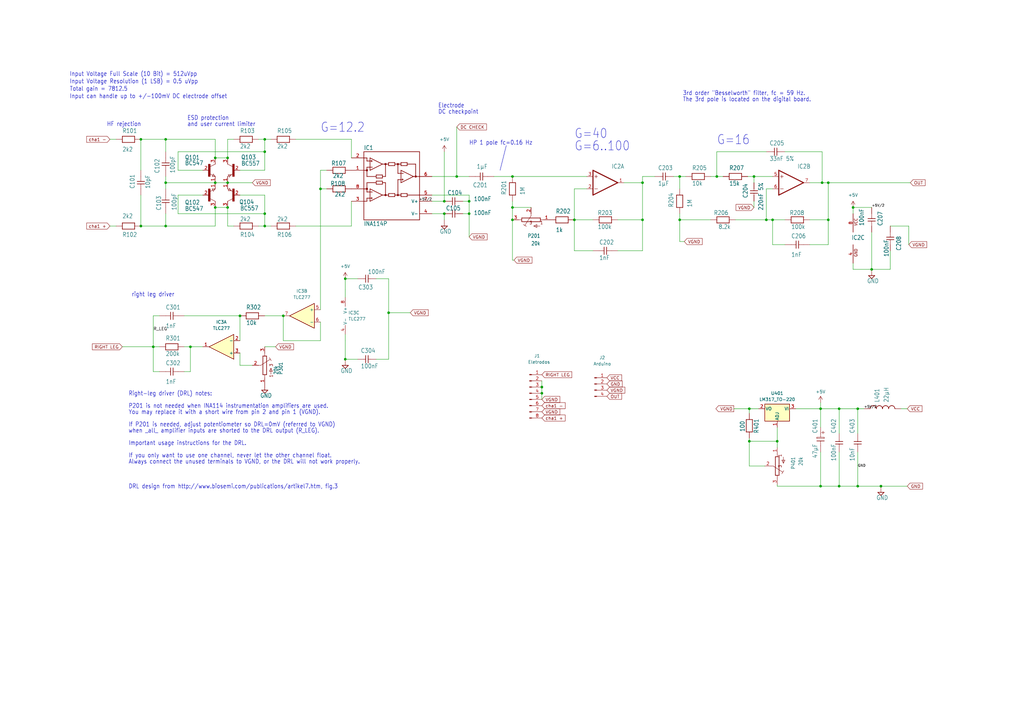
<source format=kicad_sch>
(kicad_sch (version 20230121) (generator eeschema)
  (paper "A3")
  (lib_symbols
    (symbol "Amplifier_Operational:TLC277" (pin_names (offset 0.127))
      (property "Reference" "U" (at 0 5.08 0))
      (property "Value" "TLC277" (at 0 -5.08 0))
      (symbol "TLC277_1_1"
        (pin output line (at 7.62 0 180) (length 2.54) (name "~") (number "1"))
        (pin input line (at -7.62 -2.54 0) (length 2.54) (name "-") (number "2"))
        (pin input line (at -7.62 2.54 0) (length 2.54) (name "+") (number "3"))
      )
      (symbol "TLC277_2_1"
        (pin input line (at -7.62 2.54 0) (length 2.54) (name "+") (number "5"))
        (pin input line (at -7.62 -2.54 0) (length 2.54) (name "-") (number "6"))
        (pin output line (at 7.62 0 180) (length 2.54) (name "~") (number "7"))
      )
      (symbol "TLC277_3_1"
        (pin power_in line (at -2.54 -7.62 90) (length 3.81) (name "V-") (number "4"))
        (pin power_in line (at -2.54 7.62 270) (length 3.81) (name "V+") (number "8"))
      )
    )
    (symbol "Connector:Conn_01x04_Pin" (pin_names (offset 1.016) hide)
      (property "Reference" "J" (at 0 5.08 0))
      (property "Value" "Conn_01x04_Pin" (at 0 -7.62 0))
      (symbol "Conn_01x04_Pin_1_1"
        (pin passive line (at 5.08 2.54 180) (length 3.81) (name "Pin_1") (number "1"))
        (pin passive line (at 5.08 0 180) (length 3.81) (name "Pin_2") (number "2"))
        (pin passive line (at 5.08 -2.54 180) (length 3.81) (name "Pin_3") (number "3"))
        (pin passive line (at 5.08 -5.08 180) (length 3.81) (name "Pin_4") (number "4"))
      )
    )
    (symbol "Connector:Conn_01x08_Pin" (pin_names (offset 1.016) hide)
      (property "Reference" "J" (at 0 10.16 0))
      (property "Value" "Conn_01x08_Pin" (at 0 -12.7 0))
      (symbol "Conn_01x08_Pin_1_1"
        (pin passive line (at 5.08 7.62 180) (length 3.81) (name "Pin_1") (number "1"))
        (pin passive line (at 5.08 5.08 180) (length 3.81) (name "Pin_2") (number "2"))
        (pin passive line (at 5.08 2.54 180) (length 3.81) (name "Pin_3") (number "3"))
        (pin passive line (at 5.08 0 180) (length 3.81) (name "Pin_4") (number "4"))
        (pin passive line (at 5.08 -2.54 180) (length 3.81) (name "Pin_5") (number "5"))
        (pin passive line (at 5.08 -5.08 180) (length 3.81) (name "Pin_6") (number "6"))
        (pin passive line (at 5.08 -7.62 180) (length 3.81) (name "Pin_7") (number "7"))
        (pin passive line (at 5.08 -10.16 180) (length 3.81) (name "Pin_8") (number "8"))
      )
    )
    (symbol "Regulator_Linear:LM317_TO-220" (pin_names (offset 0.254))
      (property "Reference" "U" (at -3.81 3.175 0))
      (property "Value" "LM317_TO-220" (at 0 3.175 0))
      (symbol "LM317_TO-220_1_1"
        (pin input line (at 0 -7.62 90) (length 2.54) (name "ADJ") (number "1"))
        (pin power_out line (at 7.62 0 180) (length 2.54) (name "VO") (number "2"))
        (pin power_in line (at -7.62 0 0) (length 2.54) (name "VI") (number "3"))
      )
    )
    (symbol "modEEGamp_v1.12-eagle-import:BC547"
      (property "Reference" "Q" (at -7.62 7.62 0))
      (symbol "BC547_1_0"
        (pin passive line (at 5.08 -5.08 90) (length 2.54) (name "E") (number "1"))
        (pin passive line (at 0 0 0) (length 2.54) (name "B") (number "2"))
        (pin passive line (at 5.08 5.08 270) (length 2.54) (name "C") (number "3"))
      )
    )
    (symbol "modEEGamp_v1.12-eagle-import:BC557"
      (property "Reference" "Q" (at -7.62 7.62 0))
      (symbol "BC557_1_0"
        (pin passive line (at 5.08 5.08 270) (length 2.54) (name "E") (number "1"))
        (pin passive line (at 0 0 0) (length 2.54) (name "B") (number "2"))
        (pin passive line (at 5.08 -5.08 90) (length 2.54) (name "C") (number "3"))
      )
    )
    (symbol "modEEGamp_v1.12-eagle-import:CAPNP-5"
      (property "Reference" "C" (at -3.81 2.54 0))
      (symbol "CAPNP-5_1_0"
        (pin passive line (at -5.08 0 0) (length 2.54) (name "1") (number "1"))
        (pin passive line (at 2.54 0 180) (length 2.54) (name "2") (number "2"))
      )
    )
    (symbol "modEEGamp_v1.12-eagle-import:CAPNP-5@2"
      (property "Reference" "C" (at -2.54 2.54 0))
      (symbol "CAPNP-5@2_1_0"
        (pin passive line (at -5.08 0 0) (length 2.54) (name "1") (number "1"))
        (pin passive line (at 5.08 0 180) (length 2.54) (name "2") (number "2"))
      )
    )
    (symbol "modEEGamp_v1.12-eagle-import:CAPNP-7,5"
      (property "Reference" "C" (at -2.54 2.54 0))
      (symbol "CAPNP-7,5_1_0"
        (pin passive line (at -5.08 0 0) (length 2.54) (name "1") (number "1"))
        (pin passive line (at 5.08 0 180) (length 2.54) (name "2") (number "2"))
      )
    )
    (symbol "modEEGamp_v1.12-eagle-import:CAPNP-7,5@2"
      (property "Reference" "C" (at -2.54 2.54 0))
      (symbol "CAPNP-7,5@2_1_0"
        (pin passive line (at -5.08 0 0) (length 2.54) (name "1") (number "1"))
        (pin passive line (at 5.08 0 180) (length 2.54) (name "2") (number "2"))
      )
    )
    (symbol "modEEGamp_v1.12-eagle-import:CAPNP-7,5@3"
      (property "Reference" "C" (at -3.81 2.54 0))
      (symbol "CAPNP-7,5@3_1_0"
        (pin passive line (at -5.08 0 0) (length 2.54) (name "1") (number "1"))
        (pin passive line (at 2.54 0 180) (length 2.54) (name "2") (number "2"))
      )
    )
    (symbol "modEEGamp_v1.12-eagle-import:INA114P"
      (property "Reference" "IC" (at -12.7 15.875 0))
      (symbol "INA114P_1_0"
        (pin passive line (at -17.78 7.62 0) (length 5.08) (name "RG") (number "1"))
        (pin input line (at -17.78 12.7 0) (length 5.08) (name "-IN") (number "2"))
        (pin input line (at -17.78 -5.08 0) (length 5.08) (name "+IN") (number "3"))
        (pin power_in line (at 15.24 -10.16 180) (length 5.08) (name "V-") (number "4"))
        (pin passive line (at 15.24 -2.54 180) (length 5.08) (name "REF") (number "5"))
        (pin output line (at 15.24 5.08 180) (length 5.08) (name "OUT") (number "6"))
        (pin power_in line (at 15.24 -5.08 180) (length 5.08) (name "V+") (number "7"))
        (pin passive line (at -17.78 0 0) (length 5.08) (name "RG@1") (number "8"))
      )
    )
    (symbol "modEEGamp_v1.12-eagle-import:RESEU-10"
      (property "Reference" "R" (at -2.54 2.54 0))
      (symbol "RESEU-10_1_0"
        (pin passive line (at -5.08 0 0) (length 2.54) (name "1") (number "1"))
        (pin passive line (at 5.08 0 180) (length 2.54) (name "2") (number "2"))
      )
    )
    (symbol "modEEGamp_v1.12-eagle-import:RESEU-7,5"
      (property "Reference" "R" (at -2.54 2.54 0))
      (symbol "RESEU-7,5_1_0"
        (pin passive line (at -5.08 0 0) (length 2.54) (name "1") (number "1"))
        (pin passive line (at 5.08 0 180) (length 2.54) (name "2") (number "2"))
      )
    )
    (symbol "modEEGamp_v1.12-eagle-import:RESEU-7,5@2"
      (property "Reference" "R" (at -2.54 2.54 0))
      (symbol "RESEU-7,5@2_1_0"
        (pin passive line (at -5.08 0 0) (length 2.54) (name "1") (number "1"))
        (pin passive line (at 5.08 0 180) (length 2.54) (name "2") (number "2"))
      )
    )
    (symbol "modEEGamp_v1.12-eagle-import:S64Y"
      (property "Reference" "P" (at -5.715 -3.81 90))
      (symbol "S64Y_1_0"
        (text "1" (at -1.905 -4.953 900) (effects (font (size 1.27 1.0795)) (justify left bottom)))
        (text "3" (at -1.905 -0.508 900) (effects (font (size 1.27 1.0795)) (justify left bottom)))
        (pin passive line (at 0 -7.62 90) (length 2.54) (name "1") (number "1"))
        (pin passive line (at 5.08 0 180) (length 2.54) (name "2") (number "2"))
        (pin passive line (at 0 7.62 270) (length 2.54) (name "3") (number "3"))
      )
    )
    (symbol "modEEGamp_v1.12-eagle-import:TLC277P"
      (property "Reference" "IC" (at -0.635 -0.635 0))
      (symbol "TLC277P_1_0"
        (pin output line (at 7.62 0 180) (length 2.54) (name "OUT") (number "1"))
        (pin input line (at -7.62 -2.54 0) (length 2.54) (name "-IN") (number "2"))
        (pin input line (at -7.62 2.54 0) (length 2.54) (name "+IN") (number "3"))
      )
      (symbol "TLC277P_2_0"
        (pin input line (at -7.62 2.54 0) (length 2.54) (name "+IN") (number "5"))
        (pin input line (at -7.62 -2.54 0) (length 2.54) (name "-IN") (number "6"))
        (pin output line (at 7.62 0 180) (length 2.54) (name "OUT") (number "7"))
      )
      (symbol "TLC277P_3_0"
        (text "GND" (at 1.905 -7.62 900) (effects (font (size 1.27 1.0795)) (justify left bottom)))
        (text "VCC" (at 1.905 5.08 900) (effects (font (size 1.27 1.0795)) (justify left bottom)))
        (pin power_in line (at 0 -10.16 90) (length 7.62) (name "GND") (number "4"))
        (pin power_in line (at 0 10.16 270) (length 7.62) (name "VCC") (number "8"))
      )
    )
    (symbol "modEEGamp_v1.12-eagle-import:TRIMPOT@2_S64Y"
      (property "Reference" "P" (at -5.715 -3.81 90))
      (symbol "TRIMPOT@2_S64Y_1_0"
        (text "1" (at -1.905 -4.953 900) (effects (font (size 1.27 1.0795)) (justify left bottom)))
        (text "3" (at -1.905 -0.508 900) (effects (font (size 1.27 1.0795)) (justify left bottom)))
        (pin passive line (at 0 -7.62 90) (length 2.54) (name "1") (number "1"))
        (pin passive line (at 5.08 0 180) (length 2.54) (name "2") (number "2"))
        (pin passive line (at 0 7.62 270) (length 2.54) (name "3") (number "3"))
      )
    )
    (symbol "modEEGdigital_v1.12-eagle-import:CAPNP-5"
      (property "Reference" "C" (at -3.81 2.54 0))
      (symbol "CAPNP-5_1_0"
        (pin passive line (at -5.08 0 0) (length 2.54) (name "1") (number "1"))
        (pin passive line (at 2.54 0 180) (length 2.54) (name "2") (number "2"))
      )
    )
    (symbol "modEEGdigital_v1.12-eagle-import:ELC-5"
      (property "Reference" "C" (at -2.54 2.54 0))
      (symbol "ELC-5_1_0"
        (text "+" (at 1.905 -1.905 0) (effects (font (size 1.778 1.5113)) (justify left bottom)))
        (pin passive line (at 5.08 0 180) (length 2.54) (name "1") (number "1"))
        (pin passive line (at -5.08 0 0) (length 2.54) (name "2") (number "2"))
      )
    )
    (symbol "modEEGdigital_v1.12-eagle-import:GND" (power)
      (property "Value" "GND" (at -1.905 -3.175 0))
      (symbol "GND_1_0"
        (pin power_in line (at 0 2.54 270) (length 2.54) (name "GND") (number "1"))
      )
    )
    (symbol "modEEGdigital_v1.12-eagle-import:L-10"
      (property "Reference" "L" (at 2.54 6.35 0))
      (symbol "L-10_1_0"
        (pin passive line (at 0 7.62 270) (length 2.54) (name "1") (number "1"))
        (pin passive line (at 0 -7.62 90) (length 2.54) (name "2") (number "2"))
      )
    )
    (symbol "power:+5V" (power) (pin_names (offset 0))
      (property "Value" "+5V" (at 0 3.556 0))
      (symbol "+5V_1_1"
        (pin power_in line (at 0 0 90) (length 0) hide (name "+5V") (number "1"))
      )
    )
  )
  (junction (at 294.005 72.39))
  (junction (at 278.765 90.17))
  (junction (at 278.765 72.39))
  (junction (at 210.185 85.09))
  (junction (at 67.945 57.15))
  (junction (at 235.585 90.17))
  (junction (at 263.525 90.17))
  (junction (at 336.55 167.64))
  (junction (at 141.605 147.32))
  (junction (at 336.55 199.39))
  (junction (at 344.17 199.39))
  (junction (at 344.17 167.64))
  (junction (at 192.405 82.55))
  (junction (at 182.245 82.55))
  (junction (at 307.34 167.64))
  (junction (at 263.525 74.93))
  (junction (at 339.725 90.17))
  (junction (at 62.865 142.24))
  (junction (at 314.325 90.17))
  (junction (at 78.105 142.24))
  (junction (at 357.505 110.49))
  (junction (at 108.585 92.71))
  (junction (at 351.79 167.64))
  (junction (at 108.585 87.63))
  (junction (at 351.79 199.39))
  (junction (at 108.585 57.15))
  (junction (at 182.245 87.63))
  (junction (at 57.785 57.15))
  (junction (at 222.25 158.75))
  (junction (at 57.785 92.71))
  (junction (at 309.245 72.39))
  (junction (at 141.605 114.3))
  (junction (at 187.325 72.39))
  (junction (at 88.265 64.77))
  (junction (at 349.885 85.09))
  (junction (at 108.585 62.23))
  (junction (at 316.865 90.17))
  (junction (at 222.25 161.29))
  (junction (at 98.425 129.54))
  (junction (at 307.34 180.975))
  (junction (at 116.205 129.54))
  (junction (at 361.315 199.39))
  (junction (at 67.945 74.93))
  (junction (at 93.345 85.09))
  (junction (at 67.945 92.71))
  (junction (at 159.385 128.27))
  (junction (at 210.185 90.17))
  (junction (at 88.265 74.93))
  (junction (at 339.725 74.93))
  (junction (at 88.265 85.09))
  (junction (at 337.185 74.93))
  (junction (at 93.345 64.77))
  (junction (at 318.77 180.975))
  (junction (at 192.405 87.63))
  (junction (at 93.345 74.93))
  (junction (at 131.445 77.47))
  (junction (at 210.185 72.39))
  (wire (pts (xy 62.865 152.4) (xy 62.865 142.24)) (stroke (width 0.1524)))
  (wire (pts (xy 121.285 92.71) (xy 144.145 92.71)) (stroke (width 0.1524)))
  (wire (pts (xy 98.425 149.86) (xy 98.425 144.78)) (stroke (width 0.1524)))
  (wire (pts (xy 296.545 72.39) (xy 294.005 72.39)) (stroke (width 0.1524)))
  (wire (pts (xy 314.325 62.23) (xy 294.005 62.23)) (stroke (width 0.1524)))
  (wire (pts (xy 263.525 72.39) (xy 268.605 72.39)) (stroke (width 0.1524)))
  (wire (pts (xy 108.585 57.15) (xy 111.125 57.15)) (stroke (width 0.1524)))
  (wire (pts (xy 307.34 180.975) (xy 318.77 180.975)))
  (wire (pts (xy 83.185 69.85) (xy 73.025 69.85)) (stroke (width 0.1524)))
  (wire (pts (xy 108.585 87.63) (xy 108.585 92.71)) (stroke (width 0.1524)))
  (wire (pts (xy 321.945 90.17) (xy 316.865 90.17)) (stroke (width 0.1524)))
  (wire (pts (xy 83.185 80.01) (xy 73.025 80.01)) (stroke (width 0.1524)))
  (wire (pts (xy 141.605 137.16) (xy 141.605 139.7)))
  (wire (pts (xy 45.085 92.71) (xy 47.625 92.71)) (stroke (width 0.1524)))
  (wire (pts (xy 192.405 87.63) (xy 192.405 97.155)) (stroke (width 0.1524)))
  (wire (pts (xy 351.79 185.42) (xy 351.79 199.39)) (stroke (width 0.1524)))
  (wire (pts (xy 240.665 72.39) (xy 210.185 72.39)) (stroke (width 0.1524)))
  (wire (pts (xy 235.585 90.17) (xy 235.585 102.87)) (stroke (width 0.1524)))
  (wire (pts (xy 108.585 92.71) (xy 111.125 92.71)) (stroke (width 0.1524)))
  (wire (pts (xy 67.945 92.71) (xy 57.785 92.71)) (stroke (width 0.1524)))
  (wire (pts (xy 62.865 129.54) (xy 62.865 142.24)) (stroke (width 0.1524)))
  (wire (pts (xy 253.365 102.87) (xy 263.525 102.87)) (stroke (width 0.1524)))
  (wire (pts (xy 339.725 74.93) (xy 373.38 74.93)) (stroke (width 0.1524)))
  (wire (pts (xy 210.185 90.17) (xy 210.185 106.68)))
  (wire (pts (xy 217.805 85.09) (xy 210.185 85.09)) (stroke (width 0.1524)))
  (wire (pts (xy 93.345 57.15) (xy 95.885 57.15)) (stroke (width 0.1524)))
  (wire (pts (xy 349.885 110.49) (xy 349.885 107.95)) (stroke (width 0.1524)))
  (wire (pts (xy 326.39 167.64) (xy 336.55 167.64)))
  (wire (pts (xy 222.25 161.29) (xy 222.25 163.83)))
  (wire (pts (xy 75.565 152.4) (xy 78.105 152.4)) (stroke (width 0.1524)))
  (wire (pts (xy 344.17 177.8) (xy 344.17 167.64)) (stroke (width 0.1524)))
  (wire (pts (xy 307.34 191.135) (xy 313.69 191.135)))
  (wire (pts (xy 159.385 114.3) (xy 159.385 128.27)) (stroke (width 0.1524)))
  (wire (pts (xy 337.185 74.93) (xy 339.725 74.93)) (stroke (width 0.1524)))
  (wire (pts (xy 300.99 167.64) (xy 307.34 167.64)))
  (wire (pts (xy 263.525 90.17) (xy 263.525 74.93)) (stroke (width 0.1524)))
  (wire (pts (xy 88.265 74.93) (xy 93.345 74.93)) (stroke (width 0.1524)))
  (wire (pts (xy 93.345 64.77) (xy 93.345 57.15)) (stroke (width 0.1524)))
  (wire (pts (xy 354.33 167.64) (xy 351.79 167.64)) (stroke (width 0.1524)))
  (wire (pts (xy 361.315 199.39) (xy 372.11 199.39)))
  (wire (pts (xy 316.865 77.47) (xy 314.325 77.47)) (stroke (width 0.1524)))
  (wire (pts (xy 131.445 139.7) (xy 116.205 139.7)) (stroke (width 0.1524)))
  (wire (pts (xy 314.325 90.17) (xy 301.625 90.17)) (stroke (width 0.1524)))
  (wire (pts (xy 332.105 74.93) (xy 337.185 74.93)) (stroke (width 0.1524)))
  (wire (pts (xy 314.325 77.47) (xy 314.325 90.17)) (stroke (width 0.1524)))
  (wire (pts (xy 344.17 185.42) (xy 344.17 199.39)) (stroke (width 0.1524)))
  (wire (pts (xy 255.905 74.93) (xy 263.525 74.93)) (stroke (width 0.1524)))
  (wire (pts (xy 78.105 152.4) (xy 78.105 142.24)) (stroke (width 0.1524)))
  (wire (pts (xy 222.25 156.21) (xy 222.25 158.75)))
  (wire (pts (xy 307.34 169.545) (xy 307.34 167.64)))
  (wire (pts (xy 121.285 57.15) (xy 144.145 57.15)) (stroke (width 0.1524)))
  (wire (pts (xy 67.945 57.15) (xy 88.265 57.15)) (stroke (width 0.1524)))
  (wire (pts (xy 133.985 69.85) (xy 131.445 69.85)) (stroke (width 0.1524)))
  (wire (pts (xy 349.885 85.09) (xy 349.885 87.63)) (stroke (width 0.1524)))
  (wire (pts (xy 141.605 147.32) (xy 141.605 139.7)) (stroke (width 0.1524)))
  (wire (pts (xy 263.525 72.39) (xy 263.525 74.93)) (stroke (width 0.1524)))
  (wire (pts (xy 192.405 87.63) (xy 189.865 87.63)) (stroke (width 0.1524)))
  (wire (pts (xy 73.025 80.01) (xy 73.025 87.63)) (stroke (width 0.1524)))
  (wire (pts (xy 309.245 72.39) (xy 316.865 72.39)) (stroke (width 0.1524)))
  (wire (pts (xy 141.605 118.745) (xy 141.605 121.92)))
  (wire (pts (xy 73.025 87.63) (xy 108.585 87.63)) (stroke (width 0.1524)))
  (wire (pts (xy 291.465 90.17) (xy 278.765 90.17)) (stroke (width 0.1524)))
  (wire (pts (xy 235.585 102.87) (xy 243.205 102.87)) (stroke (width 0.1524)))
  (wire (pts (xy 88.265 64.77) (xy 93.345 64.77)) (stroke (width 0.1524)))
  (wire (pts (xy 67.945 74.93) (xy 88.265 74.93)) (stroke (width 0.1524)))
  (wire (pts (xy 318.77 175.26) (xy 318.77 180.975)))
  (wire (pts (xy 318.77 199.39) (xy 318.77 198.755)) (stroke (width 0.1524)))
  (wire (pts (xy 67.945 72.39) (xy 67.945 74.93)) (stroke (width 0.1524)))
  (wire (pts (xy 98.425 80.01) (xy 108.585 80.01)) (stroke (width 0.1524)))
  (wire (pts (xy 45.085 57.15) (xy 47.625 57.15)))
  (wire (pts (xy 361.315 199.39) (xy 351.79 199.39)) (stroke (width 0.1524)))
  (wire (pts (xy 357.505 95.25) (xy 357.505 110.49)) (stroke (width 0.1524)))
  (wire (pts (xy 98.425 69.85) (xy 108.585 69.85)) (stroke (width 0.1524)))
  (wire (pts (xy 316.865 100.33) (xy 316.865 90.17)) (stroke (width 0.1524)))
  (wire (pts (xy 210.185 82.55) (xy 210.185 85.09)) (stroke (width 0.1524)))
  (wire (pts (xy 154.305 114.3) (xy 159.385 114.3)) (stroke (width 0.1524)))
  (wire (pts (xy 192.405 80.01) (xy 192.405 82.55)) (stroke (width 0.1524)))
  (wire (pts (xy 336.55 185.42) (xy 336.55 199.39)) (stroke (width 0.1524)))
  (wire (pts (xy 278.765 99.06) (xy 280.67 99.06)))
  (wire (pts (xy 108.585 57.15) (xy 106.045 57.15)) (stroke (width 0.1524)))
  (wire (pts (xy 65.405 129.54) (xy 62.865 129.54)) (stroke (width 0.1524)))
  (wire (pts (xy 339.725 90.17) (xy 339.725 74.93)) (stroke (width 0.1524)))
  (wire (pts (xy 108.585 62.23) (xy 108.585 57.15)) (stroke (width 0.1524)))
  (wire (pts (xy 365.125 110.49) (xy 357.505 110.49)) (stroke (width 0.1524)))
  (wire (pts (xy 182.245 82.55) (xy 182.245 62.23)) (stroke (width 0.1524)))
  (wire (pts (xy 351.79 199.39) (xy 344.17 199.39)) (stroke (width 0.1524)))
  (wire (pts (xy 332.105 90.17) (xy 339.725 90.17)) (stroke (width 0.1524)))
  (wire (pts (xy 357.505 85.09) (xy 349.885 85.09)) (stroke (width 0.1524)))
  (wire (pts (xy 336.55 167.64) (xy 336.55 175.26)) (stroke (width 0.1524)))
  (wire (pts (xy 189.865 82.55) (xy 192.405 82.55)) (stroke (width 0.1524)))
  (wire (pts (xy 336.55 199.39) (xy 344.17 199.39)) (stroke (width 0.1524)))
  (wire (pts (xy 278.765 72.39) (xy 276.225 72.39)) (stroke (width 0.1524)))
  (wire (pts (xy 365.125 102.87) (xy 365.125 110.49)) (stroke (width 0.1524)))
  (wire (pts (xy 116.205 129.54) (xy 108.585 129.54)) (stroke (width 0.1524)))
  (wire (pts (xy 144.145 92.71) (xy 144.145 82.55)) (stroke (width 0.1524)))
  (wire (pts (xy 141.605 118.745) (xy 141.605 114.3)) (stroke (width 0.1524)))
  (wire (pts (xy 67.945 87.63) (xy 67.945 92.71)) (stroke (width 0.1524)))
  (wire (pts (xy 351.79 177.8) (xy 351.79 167.64)) (stroke (width 0.1524)))
  (wire (pts (xy 131.445 132.08) (xy 131.445 139.7)) (stroke (width 0.1524)))
  (wire (pts (xy 88.265 92.71) (xy 88.265 85.09)) (stroke (width 0.1524)))
  (wire (pts (xy 65.405 152.4) (xy 62.865 152.4)) (stroke (width 0.1524)))
  (wire (pts (xy 116.205 139.7) (xy 116.205 129.54)) (stroke (width 0.1524)))
  (wire (pts (xy 83.185 142.24) (xy 78.105 142.24)) (stroke (width 0.1524)))
  (wire (pts (xy 131.445 69.85) (xy 131.445 77.47)) (stroke (width 0.1524)))
  (wire (pts (xy 98.425 139.7) (xy 98.425 129.54)) (stroke (width 0.1524)))
  (wire (pts (xy 192.405 82.55) (xy 192.405 87.63)) (stroke (width 0.1524)))
  (wire (pts (xy 133.985 77.47) (xy 131.445 77.47)) (stroke (width 0.1524)))
  (wire (pts (xy 309.245 72.39) (xy 309.245 74.93)) (stroke (width 0.1524)))
  (wire (pts (xy 187.325 52.07) (xy 187.325 72.39)) (stroke (width 0.1524)))
  (wire (pts (xy 339.725 100.33) (xy 339.725 90.17)) (stroke (width 0.1524)))
  (wire (pts (xy 307.34 180.975) (xy 307.34 191.135)))
  (wire (pts (xy 210.185 85.09) (xy 210.185 90.17)) (stroke (width 0.1524)))
  (wire (pts (xy 337.185 74.93) (xy 337.185 62.23)) (stroke (width 0.1524)))
  (wire (pts (xy 307.34 167.64) (xy 311.15 167.64)))
  (wire (pts (xy 332.105 100.33) (xy 339.725 100.33)) (stroke (width 0.1524)))
  (wire (pts (xy 240.665 77.47) (xy 235.585 77.47)) (stroke (width 0.1524)))
  (wire (pts (xy 177.165 82.55) (xy 182.245 82.55)) (stroke (width 0.1524)))
  (wire (pts (xy 202.565 72.39) (xy 210.185 72.39)) (stroke (width 0.1524)))
  (wire (pts (xy 177.165 80.01) (xy 192.405 80.01)) (stroke (width 0.1524)))
  (wire (pts (xy 93.345 92.71) (xy 95.885 92.71)) (stroke (width 0.1524)))
  (wire (pts (xy 372.745 92.71) (xy 365.125 92.71)) (stroke (width 0.1524)))
  (wire (pts (xy 235.585 77.47) (xy 235.585 90.17)) (stroke (width 0.1524)))
  (wire (pts (xy 235.585 90.17) (xy 243.205 90.17)) (stroke (width 0.1524)))
  (wire (pts (xy 307.34 179.705) (xy 307.34 180.975)))
  (wire (pts (xy 187.325 72.39) (xy 192.405 72.39)) (stroke (width 0.1524)))
  (wire (pts (xy 369.57 167.64) (xy 372.11 167.64)))
  (wire (pts (xy 62.865 142.24) (xy 50.165 142.24)) (stroke (width 0.1524)))
  (wire (pts (xy 67.945 57.15) (xy 57.785 57.15)) (stroke (width 0.1524)))
  (wire (pts (xy 281.305 72.39) (xy 278.765 72.39)) (stroke (width 0.1524)))
  (wire (pts (xy 65.405 142.24) (xy 62.865 142.24)) (stroke (width 0.1524)))
  (wire (pts (xy 253.365 90.17) (xy 263.525 90.17)) (stroke (width 0.1524)))
  (wire (pts (xy 263.525 102.87) (xy 263.525 90.17)) (stroke (width 0.1524)))
  (wire (pts (xy 177.165 72.39) (xy 187.325 72.39)) (stroke (width 0.1524)))
  (wire (pts (xy 88.265 57.15) (xy 88.265 64.77)) (stroke (width 0.1524)))
  (wire (pts (xy 351.79 167.64) (xy 344.17 167.64)) (stroke (width 0.1524)))
  (wire (pts (xy 182.245 87.63) (xy 177.165 87.63)) (stroke (width 0.1524)))
  (wire (pts (xy 278.765 87.63) (xy 278.765 90.17)) (stroke (width 0.1524)))
  (wire (pts (xy 113.03 142.24) (xy 108.585 142.24)))
  (wire (pts (xy 93.345 74.93) (xy 103.505 74.93)) (stroke (width 0.1524)))
  (wire (pts (xy 108.585 69.85) (xy 108.585 62.23)) (stroke (width 0.1524)))
  (wire (pts (xy 103.505 149.86) (xy 98.425 149.86)) (stroke (width 0.1524)))
  (wire (pts (xy 141.605 147.32) (xy 146.685 147.32)) (stroke (width 0.1524)))
  (wire (pts (xy 309.245 82.55) (xy 309.245 85.09)) (stroke (width 0.1524)))
  (wire (pts (xy 159.385 147.32) (xy 159.385 128.27)) (stroke (width 0.1524)))
  (wire (pts (xy 108.585 80.01) (xy 108.585 87.63)) (stroke (width 0.1524)))
  (wire (pts (xy 73.025 62.23) (xy 108.585 62.23)) (stroke (width 0.1524)))
  (polyline (pts (xy 207.645 59.69) (xy 205.105 69.85)) (stroke (width 0.1524) (type solid)))
  (wire (pts (xy 278.765 90.17) (xy 278.765 99.06)))
  (wire (pts (xy 337.185 62.23) (xy 321.945 62.23)) (stroke (width 0.1524)))
  (wire (pts (xy 57.785 69.85) (xy 57.785 57.15)) (stroke (width 0.1524)))
  (wire (pts (xy 321.945 100.33) (xy 316.865 100.33)) (stroke (width 0.1524)))
  (wire (pts (xy 294.005 72.39) (xy 291.465 72.39)) (stroke (width 0.1524)))
  (wire (pts (xy 222.25 158.75) (xy 222.25 161.29)))
  (wire (pts (xy 357.505 110.49) (xy 349.885 110.49)) (stroke (width 0.1524)))
  (wire (pts (xy 318.77 180.975) (xy 318.77 183.515)))
  (wire (pts (xy 154.305 147.32) (xy 159.385 147.32)) (stroke (width 0.1524)))
  (wire (pts (xy 67.945 77.47) (xy 67.945 74.93)) (stroke (width 0.1524)))
  (wire (pts (xy 88.265 85.09) (xy 93.345 85.09)) (stroke (width 0.1524)))
  (wire (pts (xy 159.385 128.27) (xy 168.275 128.27)) (stroke (width 0.1524)))
  (wire (pts (xy 372.745 92.71) (xy 372.745 100.33)) (stroke (width 0.1524)))
  (wire (pts (xy 57.785 80.01) (xy 57.785 92.71)) (stroke (width 0.1524)))
  (wire (pts (xy 67.945 62.23) (xy 67.945 57.15)) (stroke (width 0.1524)))
  (wire (pts (xy 316.865 90.17) (xy 314.325 90.17)) (stroke (width 0.1524)))
  (wire (pts (xy 336.55 165.1) (xy 336.55 167.64)) (stroke (width 0.1524)))
  (wire (pts (xy 306.705 72.39) (xy 309.245 72.39)) (stroke (width 0.1524)))
  (wire (pts (xy 278.765 77.47) (xy 278.765 72.39)) (stroke (width 0.1524)))
  (wire (pts (xy 75.565 129.54) (xy 98.425 129.54)) (stroke (width 0.1524)))
  (wire (pts (xy 182.245 90.17) (xy 182.245 87.63)) (stroke (width 0.1524)))
  (wire (pts (xy 144.145 57.15) (xy 144.145 64.77)) (stroke (width 0.1524)))
  (wire (pts (xy 108.585 92.71) (xy 106.045 92.71)) (stroke (width 0.1524)))
  (wire (pts (xy 73.025 69.85) (xy 73.025 62.23)) (stroke (width 0.1524)))
  (wire (pts (xy 318.77 199.39) (xy 336.55 199.39)) (stroke (width 0.1524)))
  (wire (pts (xy 294.005 62.23) (xy 294.005 72.39)) (stroke (width 0.1524)))
  (wire (pts (xy 210.82 106.68) (xy 210.185 106.68)))
  (wire (pts (xy 93.345 85.09) (xy 93.345 92.71)) (stroke (width 0.1524)))
  (wire (pts (xy 141.605 114.3) (xy 146.685 114.3)) (stroke (width 0.1524)))
  (wire (pts (xy 78.105 142.24) (xy 75.565 142.24)) (stroke (width 0.1524)))
  (wire (pts (xy 131.445 77.47) (xy 131.445 127)) (stroke (width 0.1524)))
  (wire (pts (xy 344.17 167.64) (xy 336.55 167.64)) (stroke (width 0.1524)))
  (wire (pts (xy 67.945 92.71) (xy 88.265 92.71)) (stroke (width 0.1524)))
  (text "Input can handle up to +/-100mV DC electrode offset" (at 28.575 40.64 0) (effects (font (size 1.778 1.5113)) (justify left bottom)))
  (text "Input Voltage Full Scale (10 Bit) = 512uVpp" (at 28.575 31.496 0) (effects (font (size 1.778 1.5113)) (justify left bottom)))
  (text "If P201 is needed, adjust potentiometer so DRL=0mV (referred to VGND)" (at 52.705 175.26 0) (effects (font (size 1.778 1.5113)) (justify left bottom)))
  (text "HP 1 pole fc=0.16 Hz" (at 192.405 59.69 0) (effects (font (size 1.778 1.5113)) (justify left bottom)))
  (text "P201 is not needed when INA114 instrumentation amplifiers are used." (at 52.705 167.64 0) (effects (font (size 1.778 1.5113)) (justify left bottom)))
  (text "right leg driver" (at 53.975 121.92 0) (effects (font (size 1.778 1.5113)) (justify left bottom)))
  (text "G=12.2" (at 131.445 54.61 0) (effects (font (size 3.81 3.2385)) (justify left bottom)))
  (text "Electrode" (at 179.705 44.45 0) (effects (font (size 1.778 1.5113)) (justify left bottom)))
  (text "G=16" (at 294.005 59.69 0) (effects (font (size 3.81 3.2385)) (justify left bottom)))
  (text "G=6..100" (at 235.585 62.23 0) (effects (font (size 3.81 3.2385)) (justify left bottom)))
  (text "DRL design from http://www.biosemi.com/publications/artikel7.htm, fig.3" (at 52.705 200.66 0) (effects (font (size 1.778 1.5113)) (justify left bottom)))
  (text "when _all_ amplifier inputs are shorted to the DRL output (R_LEG)." (at 52.705 177.8 0) (effects (font (size 1.778 1.5113)) (justify left bottom)))
  (text "and user current limiter" (at 76.835 52.07 0) (effects (font (size 1.778 1.5113)) (justify left bottom)))
  (text "3rd order \"Besselworth\" filter, fc = 59 Hz." (at 280.035 39.37 0) (effects (font (size 1.778 1.5113)) (justify left bottom)))
  (text "If you only want to use one channel, never let the other channel float." (at 52.705 187.96 0) (effects (font (size 1.778 1.5113)) (justify left bottom)))
  (text "DC checkpoint" (at 179.705 46.99 0) (effects (font (size 1.778 1.5113)) (justify left bottom)))
  (text "Input Voltage Resolution (1 LSB) = 0.5 uVpp" (at 28.575 34.544 0) (effects (font (size 1.778 1.5113)) (justify left bottom)))
  (text "Important usage instructions for the DRL." (at 52.705 182.88 0) (effects (font (size 1.778 1.5113)) (justify left bottom)))
  (text "ESD protection" (at 76.835 49.53 0) (effects (font (size 1.778 1.5113)) (justify left bottom)))
  (text "You may replace it with a short wire from pin 2 and pin 1 (VGND)." (at 52.705 170.18 0) (effects (font (size 1.778 1.5113)) (justify left bottom)))
  (text "The 3rd pole is located on the digital board." (at 280.035 41.91 0) (effects (font (size 1.778 1.5113)) (justify left bottom)))
  (text "Always connect the unused terminals to VGND, or the DRL will not work properly." (at 52.705 190.5 0) (effects (font (size 1.778 1.5113)) (justify left bottom)))
  (text "G=40" (at 235.585 57.15 0) (effects (font (size 3.81 3.2385)) (justify left bottom)))
  (text "Right-leg driver (DRL) notes:" (at 52.705 162.56 0) (effects (font (size 1.778 1.5113)) (justify left bottom)))
  (text "HF rejection" (at 43.815 52.07 0) (effects (font (size 1.778 1.5113)) (justify left bottom)))
  (text "Total gain = 7812.5" (at 28.575 37.592 0) (effects (font (size 1.778 1.5113)) (justify left bottom)))
  (label "+5V/2" (at 354.33 167.64 0) (effects (font (size 1.016 1.016))))
  (label "+5V/2" (at 357.505 85.09 0) (effects (font (size 1.016 1.016))))
  (label "+5V/2" (at 177.165 82.55 180) (effects (font (size 1.016 1.016))))
  (label "R_LEG" (at 62.865 135.89 0) (effects (font (size 1.2446 1.2446))))
  (label "GND" (at 351.79 191.77 0) (effects (font (size 1.016 1.016))))
  (global_label "VGND" (shape input) (at 309.245 85.09 180) (property "Intersheetrefs" "${INTERSHEET_REFS}" (effects hide)))
  (global_label "cha1 -" (shape input) (at 222.25 166.37 0) (property "Intersheetrefs" "${INTERSHEET_REFS}" (effects hide)))
  (global_label "VGND" (shape input) (at 192.405 97.155 0) (property "Intersheetrefs" "${INTERSHEET_REFS}" (effects hide)))
  (global_label "GND" (shape input) (at 372.11 199.39 0) (property "Intersheetrefs" "${INTERSHEET_REFS}" (effects hide)))
  (global_label "VGND" (shape input) (at 248.92 160.02 0) (property "Intersheetrefs" "${INTERSHEET_REFS}" (effects hide)))
  (global_label "cha1 +" (shape input) (at 222.25 171.45 0) (property "Intersheetrefs" "${INTERSHEET_REFS}" (effects hide)))
  (global_label "VGND" (shape input) (at 113.03 142.24 0) (property "Intersheetrefs" "${INTERSHEET_REFS}" (effects hide)))
  (global_label "RIGHT LEG" (shape input) (at 50.165 142.24 180) (property "Intersheetrefs" "${INTERSHEET_REFS}" (effects hide)))
  (global_label "VCC" (shape input) (at 248.92 154.94 0) (property "Intersheetrefs" "${INTERSHEET_REFS}" (effects hide)))
  (global_label "RIGHT LEG" (shape input) (at 222.25 153.67 0) (property "Intersheetrefs" "${INTERSHEET_REFS}" (effects hide)))
  (global_label "OUT" (shape input) (at 248.92 162.56 0) (property "Intersheetrefs" "${INTERSHEET_REFS}" (effects hide)))
  (global_label "VGND" (shape input) (at 210.82 106.68 0) (property "Intersheetrefs" "${INTERSHEET_REFS}" (effects hide)))
  (global_label "VGND" (shape output) (at 300.99 167.64 180) (property "Intersheetrefs" "${INTERSHEET_REFS}" (effects hide)))
  (global_label "VGND" (shape input) (at 103.505 74.93 0) (property "Intersheetrefs" "${INTERSHEET_REFS}" (effects hide)))
  (global_label "OUT" (shape input) (at 373.38 74.93 0) (property "Intersheetrefs" "${INTERSHEET_REFS}" (effects hide)))
  (global_label "VGND" (shape input) (at 280.67 99.06 0) (property "Intersheetrefs" "${INTERSHEET_REFS}" (effects hide)))
  (global_label "cha1 +" (shape input) (at 45.085 92.71 180) (property "Intersheetrefs" "${INTERSHEET_REFS}" (effects hide)))
  (global_label "VCC" (shape input) (at 372.11 167.64 0) (property "Intersheetrefs" "${INTERSHEET_REFS}" (effects hide)))
  (global_label "VGND" (shape input) (at 372.745 100.33 0) (property "Intersheetrefs" "${INTERSHEET_REFS}" (effects hide)))
  (global_label "GND" (shape input) (at 248.92 157.48 0) (property "Intersheetrefs" "${INTERSHEET_REFS}" (effects hide)))
  (global_label "DC CHECK" (shape input) (at 187.325 52.07 0) (property "Intersheetrefs" "${INTERSHEET_REFS}" (effects hide)))
  (global_label "VGND" (shape input) (at 168.275 128.27 0) (property "Intersheetrefs" "${INTERSHEET_REFS}" (effects hide)))
  (global_label "VGND" (shape input) (at 222.25 163.83 0) (property "Intersheetrefs" "${INTERSHEET_REFS}" (effects hide)))
  (global_label "cha1 -" (shape input) (at 45.085 57.15 180) (property "Intersheetrefs" "${INTERSHEET_REFS}" (effects hide)))
  (global_label "VGND" (shape input) (at 222.25 168.91 0) (property "Intersheetrefs" "${INTERSHEET_REFS}" (effects hide)))
  (symbol (lib_id "power:+5V") (at 336.55 165.1 0) (unit 1)
    (property "Reference" "#PWR03" (effects hide))
    (property "Value" "+5V" (at 336.55 160.655 0))
  )
  (symbol (lib_id "power:+5V") (at 182.245 62.23 0) (unit 1)
    (property "Reference" "#PWR05" (effects hide))
    (property "Value" "+5V" (at 182.245 57.15 0))
  )
  (symbol (lib_id "modEEGamp_v1.12-eagle-import:CAPNP-5") (at 319.405 62.23 0) (unit 1)
    (property "Reference" "C205" (at 315.595 59.69 0) (effects (font (size 1.778 1.5113)) (justify left bottom)))
    (property "Value" "33nF 5%" (at 315.595 66.04 0) (effects (font (size 1.778 1.5113)) (justify left bottom)))
    (property "Footprint" "openEEG:R_Axial_DIN0204_L3.6mm_D1.6mm_P2.54mm_Vertical" (effects hide))
  )
  (symbol (lib_id "modEEGamp_v1.12-eagle-import:RESEU-7,5") (at 278.765 82.55 90) (unit 1)
    (property "Reference" "R204" (at 276.225 85.09 0) (effects (font (size 1.778 1.5113)) (justify left bottom)))
    (property "Value" "1M" (at 283.845 85.09 0) (effects (font (size 1.778 1.5113)) (justify left bottom)))
    (property "Footprint" "openEEG:R_Axial_DIN0204_L3.6mm_D1.6mm_P2.54mm_Vertical" (effects hide))
  )
  (symbol (lib_id "Amplifier_Operational:TLC277") (at 123.825 129.54 0) (mirror y) (unit 2)
    (property "Reference" "IC3" (at 123.825 119.38 0))
    (property "Value" "TLC277" (at 123.825 121.92 0))
    (property "Footprint" "openEEG:DIL-08" (effects hide))
    (property "Datasheet" "http://www.ti.com/lit/ds/symlink/tlc272.pdf" (effects hide))
  )
  (symbol (lib_id "Amplifier_Operational:TLC277") (at 90.805 142.24 180) (unit 1)
    (property "Reference" "IC3" (at 90.805 132.08 0))
    (property "Value" "TLC277" (at 90.805 134.62 0))
    (property "Footprint" "openEEG:DIL-08" (effects hide))
    (property "Datasheet" "http://www.ti.com/lit/ds/symlink/tlc272.pdf" (effects hide))
  )
  (symbol (lib_id "modEEGdigital_v1.12-eagle-import:CAPNP-5") (at 351.79 180.34 90) (unit 1)
    (property "Reference" "C403" (at 350.52 177.8 0) (effects (font (size 1.778 1.5113)) (justify left bottom)))
    (property "Value" "10nF" (at 350.52 189.23 0) (effects (font (size 1.778 1.5113)) (justify left bottom)))
    (property "Footprint" "openEEG:R_Axial_DIN0204_L3.6mm_D1.6mm_P2.54mm_Vertical" (effects hide))
  )
  (symbol (lib_id "modEEGdigital_v1.12-eagle-import:GND") (at 182.245 92.71 0) (unit 1)
    (property "Reference" "#U$05" (effects hide))
    (property "Value" "GND" (at 180.34 95.885 0) (effects (font (size 1.778 1.5113)) (justify left bottom)))
  )
  (symbol (lib_id "power:+5V") (at 349.885 85.09 0) (unit 1)
    (property "Reference" "#PWR06" (effects hide))
    (property "Value" "+5V" (at 349.885 80.01 0))
  )
  (symbol (lib_id "Connector:Conn_01x08_Pin") (at 217.17 161.29 0) (unit 1)
    (property "Reference" "J1" (at 219.075 146.685 0) (effects (justify left bottom)))
    (property "Value" "Eletrodos" (at 216.535 149.225 0) (effects (justify left bottom)))
    (property "Footprint" "openEEG:PinHeader_2x04_P2.54mm_Vertical" (effects hide))
  )
  (symbol (lib_id "modEEGamp_v1.12-eagle-import:RESEU-7,5@2") (at 301.625 72.39 0) (unit 1)
    (property "Reference" "R207" (at 299.085 69.85 0) (effects (font (size 1.778 1.5113)) (justify left bottom)))
    (property "Value" "15k" (at 299.085 76.2 0) (effects (font (size 1.778 1.5113)) (justify left bottom)))
    (property "Footprint" "openEEG:R_Axial_DIN0204_L3.6mm_D1.6mm_P2.54mm_Vertical" (effects hide))
  )
  (symbol (lib_id "modEEGamp_v1.12-eagle-import:CAPNP-7,5") (at 67.945 67.31 90) (unit 1)
    (property "Reference" "C102" (at 65.405 71.12 0) (effects (font (size 1.778 1.5113)) (justify left bottom)))
    (property "Value" "100pF" (at 71.755 71.12 0) (effects (font (size 1.778 1.5113)) (justify left bottom)))
    (property "Footprint" "openEEG:R_Axial_DIN0204_L3.6mm_D1.6mm_P2.54mm_Vertical" (effects hide))
  )
  (symbol (lib_id "modEEGamp_v1.12-eagle-import:CAPNP-7,5") (at 248.285 102.87 0) (unit 1)
    (property "Reference" "C202" (at 245.745 100.33 0) (effects (font (size 1.778 1.5113)) (justify left bottom)))
    (property "Value" "1nF" (at 245.745 106.68 0) (effects (font (size 1.778 1.5113)) (justify left bottom)))
    (property "Footprint" "openEEG:R_Axial_DIN0204_L3.6mm_D1.6mm_P2.54mm_Vertical" (effects hide))
  )
  (symbol (lib_id "modEEGamp_v1.12-eagle-import:CAPNP-7,5") (at 70.485 129.54 0) (unit 1)
    (property "Reference" "C301" (at 67.945 127 0) (effects (font (size 1.778 1.5113)) (justify left bottom)))
    (property "Value" "1nF" (at 67.945 134.62 0) (effects (font (size 1.778 1.5113)) (justify left bottom)))
    (property "Footprint" "openEEG:R_Axial_DIN0204_L3.6mm_D1.6mm_P2.54mm_Vertical" (effects hide))
  )
  (symbol (lib_id "modEEGamp_v1.12-eagle-import:RESEU-10") (at 116.205 92.71 0) (mirror x) (unit 1)
    (property "Reference" "R106" (at 113.665 95.25 0) (effects (font (size 1.778 1.5113)) (justify left bottom)))
    (property "Value" "2k2" (at 113.665 88.9 0) (effects (font (size 1.778 1.5113)) (justify left bottom)))
    (property "Footprint" "openEEG:R_Axial_DIN0204_L3.6mm_D1.6mm_P5.08mm_Vertical" (effects hide))
  )
  (symbol (lib_id "modEEGamp_v1.12-eagle-import:CAPNP-5") (at 187.325 87.63 0) (unit 1)
    (property "Reference" "C105" (at 182.88 86.36 0) (effects (font (size 1.778 1.5113)) (justify left bottom)))
    (property "Value" "100nF" (at 194.31 88.265 0) (effects (font (size 1.778 1.5113)) (justify left bottom)))
    (property "Footprint" "openEEG:R_Axial_DIN0204_L3.6mm_D1.6mm_P2.54mm_Vertical" (effects hide))
  )
  (symbol (lib_id "modEEGamp_v1.12-eagle-import:RESEU-7,5") (at 139.065 77.47 180) (unit 1)
    (property "Reference" "R108" (at 141.605 74.295 0) (effects (font (size 1.778 1.5113)) (justify left bottom)))
    (property "Value" "2k2" (at 141.605 78.74 0) (effects (font (size 1.778 1.5113)) (justify left bottom)))
    (property "Footprint" "openEEG:R_Axial_DIN0204_L3.6mm_D1.6mm_P2.54mm_Vertical" (effects hide))
  )
  (symbol (lib_id "modEEGamp_v1.12-eagle-import:CAPNP-5") (at 151.765 147.32 0) (unit 1)
    (property "Reference" "C304" (at 147.955 144.78 0) (effects (font (size 1.778 1.5113)) (justify left bottom)))
    (property "Value" "100nF" (at 147.955 151.13 0) (effects (font (size 1.778 1.5113)) (justify left bottom)))
    (property "Footprint" "openEEG:R_Axial_DIN0204_L3.6mm_D1.6mm_P2.54mm_Vertical" (effects hide))
  )
  (symbol (lib_id "modEEGamp_v1.12-eagle-import:CAPNP-7,5") (at 327.025 100.33 0) (unit 1)
    (property "Reference" "C206" (at 324.485 97.79 0) (effects (font (size 1.778 1.5113)) (justify left bottom)))
    (property "Value" "1nF" (at 324.485 105.41 0) (effects (font (size 1.778 1.5113)) (justify left bottom)))
    (property "Footprint" "openEEG:R_Axial_DIN0204_L3.6mm_D1.6mm_P2.54mm_Vertical" (effects hide))
  )
  (symbol (lib_id "modEEGamp_v1.12-eagle-import:TRIMPOT@2_S64Y") (at 217.805 90.17 90) (unit 1)
    (property "Reference" "P201" (at 221.615 95.885 90) (effects (font (size 1.524 1.2954)) (justify left bottom)))
    (property "Value" "20k" (at 221.615 99.0092 90) (effects (font (size 1.524 1.2954)) (justify left bottom)))
    (property "Footprint" "openEEG:Potentiometer_Bourns_3386P_Vertical" (effects hide))
  )
  (symbol (lib_id "modEEGdigital_v1.12-eagle-import:GND") (at 141.605 149.86 0) (unit 1)
    (property "Reference" "#U$03" (effects hide))
    (property "Value" "GND" (at 139.7 153.035 0) (effects (font (size 1.778 1.5113)) (justify left bottom)))
  )
  (symbol (lib_id "modEEGamp_v1.12-eagle-import:RESEU-7,5") (at 139.065 69.85 180) (unit 1)
    (property "Reference" "R107" (at 135.89 67.945 0) (effects (font (size 1.778 1.5113)) (justify right top)))
    (property "Value" "2k2" (at 136.525 73.025 0) (effects (font (size 1.778 1.5113)) (justify right top)))
    (property "Footprint" "openEEG:R_Axial_DIN0204_L3.6mm_D1.6mm_P2.54mm_Vertical" (effects hide))
  )
  (symbol (lib_id "modEEGamp_v1.12-eagle-import:CAPNP-5") (at 149.225 114.3 180) (unit 1)
    (property "Reference" "C303" (at 153.035 116.84 0) (effects (font (size 1.778 1.5113)) (justify left bottom)))
    (property "Value" "100nF" (at 158.115 110.49 0) (effects (font (size 1.778 1.5113)) (justify left bottom)))
    (property "Footprint" "openEEG:R_Axial_DIN0204_L3.6mm_D1.6mm_P2.54mm_Vertical" (effects hide))
  )
  (symbol (lib_id "modEEGamp_v1.12-eagle-import:S64Y") (at 108.585 149.86 0) (mirror y) (unit 1)
    (property "Reference" "P301" (at 114.3 153.67 90) (effects (font (size 1.524 1.2954)) (justify left bottom)))
    (property "Value" "20k" (at 112.3442 153.67 90) (effects (font (size 1.524 1.2954)) (justify left bottom)))
    (property "Footprint" "openEEG:Potentiometer_Bourns_3386P_Vertical" (effects hide))
  )
  (symbol (lib_id "modEEGamp_v1.12-eagle-import:CAPNP-5") (at 187.325 82.55 0) (unit 1)
    (property "Reference" "C104" (at 183.515 80.01 0) (effects (font (size 1.778 1.5113)) (justify left bottom)))
    (property "Value" "100nF" (at 194.31 82.55 0) (effects (font (size 1.778 1.5113)) (justify left bottom)))
    (property "Footprint" "openEEG:R_Axial_DIN0204_L3.6mm_D1.6mm_P2.54mm_Vertical" (effects hide))
  )
  (symbol (lib_id "Amplifier_Operational:TLC277") (at 144.145 129.54 0) (unit 3)
    (property "Reference" "IC3" (at 142.875 128.27 0) (effects (justify left)))
    (property "Value" "TLC277" (at 142.875 130.81 0) (effects (justify left)))
    (property "Footprint" "openEEG:DIL-08" (effects hide))
    (property "Datasheet" "http://www.ti.com/lit/ds/symlink/tlc272.pdf" (effects hide))
  )
  (symbol (lib_id "Regulator_Linear:LM317_TO-220") (at 318.77 167.64 0) (mirror y) (unit 1)
    (property "Reference" "U401" (at 318.77 161.29 0))
    (property "Value" "LM317_TO-220" (at 318.77 163.83 0))
    (property "Footprint" "openEEG:TO-220-3_Vertical" (effects hide))
    (property "Datasheet" "http://www.ti.com/lit/ds/symlink/lm317.pdf" (effects hide))
  )
  (symbol (lib_id "modEEGamp_v1.12-eagle-import:CAPNP-5@2") (at 357.505 90.17 270) (mirror x) (unit 1)
    (property "Reference" "C207" (at 360.045 92.71 0) (effects (font (size 1.778 1.5113)) (justify left bottom)))
    (property "Value" "100nF" (at 352.425 92.71 0) (effects (font (size 1.778 1.5113)) (justify left bottom)))
    (property "Footprint" "openEEG:R_Axial_DIN0204_L3.6mm_D1.6mm_P2.54mm_Vertical" (effects hide))
  )
  (symbol (lib_id "modEEGamp_v1.12-eagle-import:BC557") (at 98.425 69.85 180) (unit 1)
    (property "Reference" "Q103" (at 105.029 63.5 0) (effects (font (size 1.778 1.5113)) (justify left bottom)))
    (property "Value" "BC557" (at 106.553 66.04 0) (effects (font (size 1.778 1.5113)) (justify left bottom)))
    (property "Footprint" "openEEG:TO92alinhado" (effects hide))
  )
  (symbol (lib_id "modEEGamp_v1.12-eagle-import:RESEU-7,5") (at 327.025 90.17 0) (unit 1)
    (property "Reference" "R208" (at 323.85 88.265 0) (effects (font (size 1.778 1.5113)) (justify left bottom)))
    (property "Value" "100k" (at 324.485 93.98 0) (effects (font (size 1.778 1.5113)) (justify left bottom)))
    (property "Footprint" "openEEG:R_Axial_DIN0204_L3.6mm_D1.6mm_P2.54mm_Vertical" (effects hide))
  )
  (symbol (lib_id "modEEGdigital_v1.12-eagle-import:CAPNP-5") (at 344.17 180.34 90) (unit 1)
    (property "Reference" "C402" (at 342.9 177.8 0) (effects (font (size 1.778 1.5113)) (justify left bottom)))
    (property "Value" "100nF" (at 342.9 189.23 0) (effects (font (size 1.778 1.5113)) (justify left bottom)))
    (property "Footprint" "openEEG:R_Axial_DIN0204_L3.6mm_D1.6mm_P2.54mm_Vertical" (effects hide))
  )
  (symbol (lib_id "modEEGamp_v1.12-eagle-import:CAPNP-7,5") (at 57.785 74.93 90) (unit 1)
    (property "Reference" "C101" (at 55.245 77.47 0) (effects (font (size 1.778 1.5113)) (justify left bottom)))
    (property "Value" "10pF" (at 61.595 77.47 0) (effects (font (size 1.778 1.5113)) (justify left bottom)))
    (property "Footprint" "openEEG:R_Axial_DIN0204_L3.6mm_D1.6mm_P2.54mm_Vertical" (effects hide))
  )
  (symbol (lib_id "modEEGamp_v1.12-eagle-import:CAPNP-5") (at 309.245 77.47 90) (unit 1)
    (property "Reference" "C204" (at 306.705 81.28 0) (effects (font (size 1.778 1.5113)) (justify left bottom)))
    (property "Value" "220nF 5%" (at 313.055 86.36 0) (effects (font (size 1.778 1.5113)) (justify left bottom)))
    (property "Footprint" "openEEG:R_Axial_DIN0204_L3.6mm_D1.6mm_P2.54mm_Vertical" (effects hide))
  )
  (symbol (lib_id "modEEGamp_v1.12-eagle-import:BC547") (at 83.185 69.85 0) (unit 1)
    (property "Reference" "Q101" (at 75.819 65.532 0) (effects (font (size 1.778 1.5113)) (justify left bottom)))
    (property "Value" "BC547" (at 75.819 67.818 0) (effects (font (size 1.778 1.5113)) (justify left bottom)))
    (property "Footprint" "openEEG:TO92alinhado" (effects hide))
  )
  (symbol (lib_id "modEEGamp_v1.12-eagle-import:INA114P") (at 161.925 77.47 0) (unit 1)
    (property "Reference" "IC1" (at 149.225 61.595 0) (effects (font (size 1.778 1.5113)) (justify left bottom)))
    (property "Value" "INA114P" (at 149.225 92.71 0) (effects (font (size 1.778 1.5113)) (justify left bottom)))
    (property "Footprint" "openEEG:DIL-08" (effects hide))
  )
  (symbol (lib_id "modEEGdigital_v1.12-eagle-import:L-10") (at 361.95 167.64 90) (unit 1)
    (property "Reference" "L401" (at 360.68 165.1 0) (effects (font (size 1.778 1.5113)) (justify left bottom)))
    (property "Value" "22µH" (at 364.49 165.1 0) (effects (font (size 1.778 1.5113)) (justify left bottom)))
    (property "Footprint" "openEEG:L_Radial_L7.5mm_W4.6mm_P5.00mm_Neosid_SD75" (effects hide))
  )
  (symbol (lib_id "modEEGamp_v1.12-eagle-import:CAPNP-5@2") (at 365.125 97.79 270) (mirror x) (unit 1)
    (property "Reference" "C208" (at 367.665 102.87 0) (effects (font (size 1.778 1.5113)) (justify left bottom)))
    (property "Value" "100nF" (at 362.585 105.41 0) (effects (font (size 1.778 1.5113)) (justify left bottom)))
    (property "Footprint" "openEEG:R_Axial_DIN0204_L3.6mm_D1.6mm_P2.54mm_Vertical" (effects hide))
  )
  (symbol (lib_id "modEEGamp_v1.12-eagle-import:CAPNP-7,5@2") (at 197.485 72.39 180) (unit 1)
    (property "Reference" "C201" (at 200.025 74.93 0) (effects (font (size 1.778 1.5113)) (justify left bottom)))
    (property "Value" "1µF" (at 200.025 67.31 0) (effects (font (size 1.778 1.5113)) (justify left bottom)))
    (property "Footprint" "openEEG:CP_Radial_Tantal_D4.5mm_P2.50mm" (effects hide))
  )
  (symbol (lib_id "modEEGamp_v1.12-eagle-import:TLC277P") (at 324.485 74.93 0) (unit 2)
    (property "Reference" "IC2" (at 327.025 69.215 0) (effects (font (size 1.778 1.5113)) (justify left bottom)))
    (property "Value" "TLC277P" (effects hide))
    (property "Footprint" "openEEG:DIL-08" (effects hide))
  )
  (symbol (lib_id "modEEGamp_v1.12-eagle-import:RESEU-10") (at 52.705 92.71 0) (mirror x) (unit 1)
    (property "Reference" "R102" (at 50.165 95.25 0) (effects (font (size 1.778 1.5113)) (justify left bottom)))
    (property "Value" "2k2" (at 50.165 87.63 0) (effects (font (size 1.778 1.5113)) (justify left bottom)))
    (property "Footprint" "openEEG:R_Axial_DIN0204_L3.6mm_D1.6mm_P2.54mm_Vertical" (effects hide))
  )
  (symbol (lib_id "Connector:Conn_01x04_Pin") (at 243.84 157.48 0) (unit 1)
    (property "Reference" "J2" (at 247.015 146.685 0))
    (property "Value" "Arduino" (at 247.015 149.225 0))
    (property "Footprint" "openEEG:PinHeader_1x04_P2.54mm_Vertical" (effects hide))
  )
  (symbol (lib_id "power:+5V") (at 141.605 114.3 0) (unit 1)
    (property "Reference" "#PWR04" (effects hide))
    (property "Value" "+5V" (at 141.605 109.22 0))
  )
  (symbol (lib_id "modEEGamp_v1.12-eagle-import:BC547") (at 83.185 80.01 0) (mirror x) (unit 1)
    (property "Reference" "Q102" (at 75.819 82.042 0) (effects (font (size 1.778 1.5113)) (justify left bottom)))
    (property "Value" "BC547" (at 75.819 84.582 0) (effects (font (size 1.778 1.5113)) (justify left bottom)))
    (property "Footprint" "openEEG:TO92alinhado" (effects hide))
  )
  (symbol (lib_id "modEEGamp_v1.12-eagle-import:TRIMPOT@2_S64Y") (at 318.77 191.135 180) (unit 1)
    (property "Reference" "P401" (at 324.485 187.325 90) (effects (font (size 1.524 1.2954)) (justify left bottom)))
    (property "Value" "20k" (at 327.6092 187.325 90) (effects (font (size 1.524 1.2954)) (justify left bottom)))
    (property "Footprint" "openEEG:Potentiometer_Bourns_3386P_Vertical" (effects hide))
  )
  (symbol (lib_id "modEEGamp_v1.12-eagle-import:CAPNP-7,5@3") (at 273.685 72.39 0) (unit 1)
    (property "Reference" "C203" (at 269.875 69.85 0) (effects (font (size 1.778 1.5113)) (justify left bottom)))
    (property "Value" "1µF" (at 269.875 76.2 0) (effects (font (size 1.778 1.5113)) (justify left bottom)))
    (property "Footprint" "openEEG:CP_Radial_Tantal_D4.5mm_P2.50mm" (effects hide))
  )
  (symbol (lib_id "modEEGamp_v1.12-eagle-import:RESEU-7,5") (at 307.34 174.625 270) (mirror x) (unit 1)
    (property "Reference" "R401" (at 309.245 177.8 0) (effects (font (size 1.778 1.5113)) (justify left bottom)))
    (property "Value" "100" (at 303.53 177.165 0) (effects (font (size 1.778 1.5113)) (justify left bottom)))
    (property "Footprint" "openEEG:R_Axial_DIN0204_L3.6mm_D1.6mm_P2.54mm_Vertical" (effects hide))
  )
  (symbol (lib_id "modEEGdigital_v1.12-eagle-import:ELC-5") (at 336.55 180.34 90) (unit 1)
    (property "Reference" "C401" (at 335.28 177.8 0) (effects (font (size 1.778 1.5113)) (justify left bottom)))
    (property "Value" "47µF" (at 335.28 187.96 0) (effects (font (size 1.778 1.5113)) (justify left bottom)))
    (property "Footprint" "openEEG:CP_Radial_D5.0mm_P2.50mm" (effects hide))
  )
  (symbol (lib_id "modEEGamp_v1.12-eagle-import:RESEU-7,5") (at 248.285 90.17 0) (unit 1)
    (property "Reference" "R203" (at 245.11 88.265 0) (effects (font (size 1.778 1.5113)) (justify left bottom)))
    (property "Value" "100k" (at 245.11 93.98 0) (effects (font (size 1.778 1.5113)) (justify left bottom)))
    (property "Footprint" "openEEG:R_Axial_DIN0204_L3.6mm_D1.6mm_P2.54mm_Vertical" (effects hide))
  )
  (symbol (lib_id "modEEGamp_v1.12-eagle-import:CAPNP-7,5") (at 67.945 82.55 270) (mirror x) (unit 1)
    (property "Reference" "C103" (at 64.135 86.36 0) (effects (font (size 1.778 1.5113)) (justify left bottom)))
    (property "Value" "100pF" (at 70.485 86.36 0) (effects (font (size 1.778 1.5113)) (justify left bottom)))
    (property "Footprint" "openEEG:R_Axial_DIN0204_L3.6mm_D1.6mm_P2.54mm_Vertical" (effects hide))
  )
  (symbol (lib_id "modEEGamp_v1.12-eagle-import:RESEU-10") (at 103.505 129.54 0) (unit 1)
    (property "Reference" "R302" (at 100.965 127 0) (effects (font (size 1.778 1.5113)) (justify left bottom)))
    (property "Value" "10k" (at 100.965 133.35 0) (effects (font (size 1.778 1.5113)) (justify left bottom)))
    (property "Footprint" "openEEG:R_Axial_DIN0204_L3.6mm_D1.6mm_P7.62mm_Horizontal" (effects hide))
  )
  (symbol (lib_id "modEEGamp_v1.12-eagle-import:RESEU-7,5") (at 296.545 90.17 0) (unit 1)
    (property "Reference" "R206" (at 292.735 88.265 0) (effects (font (size 1.778 1.5113)) (justify left bottom)))
    (property "Value" "8.2k" (at 294.64 93.98 0) (effects (font (size 1.778 1.5113)) (justify left bottom)))
    (property "Footprint" "openEEG:R_Axial_DIN0204_L3.6mm_D1.6mm_P2.54mm_Vertical" (effects hide))
  )
  (symbol (lib_id "modEEGamp_v1.12-eagle-import:RESEU-10") (at 52.705 57.15 0) (unit 1)
    (property "Reference" "R101" (at 50.165 54.61 0) (effects (font (size 1.778 1.5113)) (justify left bottom)))
    (property "Value" "2k2" (at 50.165 62.23 0) (effects (font (size 1.778 1.5113)) (justify left bottom)))
    (property "Footprint" "openEEG:R_Axial_DIN0204_L3.6mm_D1.6mm_P2.54mm_Vertical" (effects hide))
  )
  (symbol (lib_id "modEEGamp_v1.12-eagle-import:RESEU-10") (at 116.205 57.15 0) (unit 1)
    (property "Reference" "R105" (at 113.665 54.61 0) (effects (font (size 1.778 1.5113)) (justify left bottom)))
    (property "Value" "2k2" (at 113.665 60.96 0) (effects (font (size 1.778 1.5113)) (justify left bottom)))
    (property "Footprint" "openEEG:R_Axial_DIN0204_L3.6mm_D1.6mm_P5.08mm_Vertical" (effects hide))
  )
  (symbol (lib_id "modEEGamp_v1.12-eagle-import:CAPNP-7,5") (at 70.485 152.4 0) (unit 1)
    (property "Reference" "C302" (at 67.945 149.86 0) (effects (font (size 1.778 1.5113)) (justify left bottom)))
    (property "Value" "1nF" (at 67.945 157.48 0) (effects (font (size 1.778 1.5113)) (justify left bottom)))
    (property "Footprint" "openEEG:R_Axial_DIN0204_L3.6mm_D1.6mm_P2.54mm_Vertical" (effects hide))
  )
  (symbol (lib_id "modEEGamp_v1.12-eagle-import:TLC277P") (at 248.285 74.93 0) (unit 1)
    (property "Reference" "IC2" (at 250.825 69.215 0) (effects (font (size 1.778 1.5113)) (justify left bottom)))
    (property "Value" "TLC277P" (effects hide))
    (property "Footprint" "openEEG:DIL-08" (effects hide))
  )
  (symbol (lib_id "modEEGdigital_v1.12-eagle-import:GND") (at 357.505 113.03 0) (unit 1)
    (property "Reference" "#U$010" (effects hide))
    (property "Value" "GND" (at 355.6 116.205 0) (effects (font (size 1.778 1.5113)) (justify left bottom)))
  )
  (symbol (lib_id "modEEGamp_v1.12-eagle-import:BC557") (at 98.425 80.01 0) (mirror y) (unit 1)
    (property "Reference" "Q104" (at 104.267 83.82 0) (effects (font (size 1.778 1.5113)) (justify left bottom)))
    (property "Value" "BC557" (at 106.045 86.36 0) (effects (font (size 1.778 1.5113)) (justify left bottom)))
    (property "Footprint" "openEEG:TO92alinhado" (effects hide))
  )
  (symbol (lib_id "modEEGamp_v1.12-eagle-import:RESEU-7,5") (at 230.505 90.17 0) (unit 1)
    (property "Reference" "R202" (at 227.965 87.63 0) (effects (font (size 1.778 1.5113)) (justify left bottom)))
    (property "Value" "1k" (at 227.965 95.25 0) (effects (font (size 1.778 1.5113)) (justify left bottom)))
    (property "Footprint" "openEEG:R_Axial_DIN0204_L3.6mm_D1.6mm_P2.54mm_Vertical" (effects hide))
  )
  (symbol (lib_id "modEEGdigital_v1.12-eagle-import:GND") (at 361.315 201.93 0) (unit 1)
    (property "Reference" "#U$08" (effects hide))
    (property "Value" "GND" (at 359.41 205.105 0) (effects (font (size 1.778 1.5113)) (justify left bottom)))
  )
  (symbol (lib_id "modEEGdigital_v1.12-eagle-import:GND") (at 108.585 160.02 0) (unit 1)
    (property "Reference" "#U$01" (effects hide))
    (property "Value" "GND" (at 106.68 163.195 0) (effects (font (size 1.778 1.5113)) (justify left bottom)))
  )
  (symbol (lib_id "modEEGamp_v1.12-eagle-import:RESEU-10") (at 100.965 57.15 0) (unit 1)
    (property "Reference" "R103" (at 98.425 54.61 0) (effects (font (size 1.778 1.5113)) (justify left bottom)))
    (property "Value" "2k2" (at 98.425 60.96 0) (effects (font (size 1.778 1.5113)) (justify left bottom)))
    (property "Footprint" "openEEG:R_Axial_DIN0204_L3.6mm_D1.6mm_P2.54mm_Vertical" (effects hide))
  )
  (symbol (lib_id "modEEGamp_v1.12-eagle-import:RESEU-10") (at 100.965 92.71 0) (mirror x) (unit 1)
    (property "Reference" "R104" (at 98.425 95.25 0) (effects (font (size 1.778 1.5113)) (justify left bottom)))
    (property "Value" "2k2" (at 98.425 88.9 0) (effects (font (size 1.778 1.5113)) (justify left bottom)))
    (property "Footprint" "openEEG:R_Axial_DIN0204_L3.6mm_D1.6mm_P2.54mm_Vertical" (effects hide))
  )
  (symbol (lib_id "modEEGamp_v1.12-eagle-import:RESEU-7,5") (at 210.185 77.47 90) (unit 1)
    (property "Reference" "R201" (at 207.645 80.01 0) (effects (font (size 1.778 1.5113)) (justify left bottom)))
    (property "Value" "1M" (at 215.265 80.01 0) (effects (font (size 1.778 1.5113)) (justify left bottom)))
    (property "Footprint" "openEEG:R_Axial_DIN0204_L3.6mm_D1.6mm_P2.54mm_Vertical" (effects hide))
  )
  (symbol (lib_id "modEEGamp_v1.12-eagle-import:RESEU-10") (at 70.485 142.24 0) (unit 1)
    (property "Reference" "R301" (at 67.945 139.7 0) (effects (font (size 1.778 1.5113)) (justify left bottom)))
    (property "Value" "200k" (at 67.945 146.05 0) (effects (font (size 1.778 1.5113)) (justify left bottom)))
    (property "Footprint" "openEEG:R_Axial_DIN0204_L3.6mm_D1.6mm_P2.54mm_Vertical" (effects hide))
  )
  (symbol (lib_id "modEEGamp_v1.12-eagle-import:TLC277P") (at 349.885 97.79 0) (unit 3)
    (property "Reference" "IC2" (at 349.25 98.425 0) (effects (font (size 1.778 1.5113)) (justify left bottom)))
    (property "Value" "TLC277P" (effects hide))
    (property "Footprint" "openEEG:DIL-08" (effects hide))
  )
  (symbol (lib_id "modEEGamp_v1.12-eagle-import:RESEU-7,5@2") (at 286.385 72.39 0) (unit 1)
    (property "Reference" "R205" (at 283.845 69.85 0) (effects (font (size 1.778 1.5113)) (justify left bottom)))
    (property "Value" "10k" (at 283.845 76.2 0) (effects (font (size 1.778 1.5113)) (justify left bottom)))
    (property "Footprint" "openEEG:R_Axial_DIN0204_L3.6mm_D1.6mm_P2.54mm_Vertical" (effects hide))
  )
)
</source>
